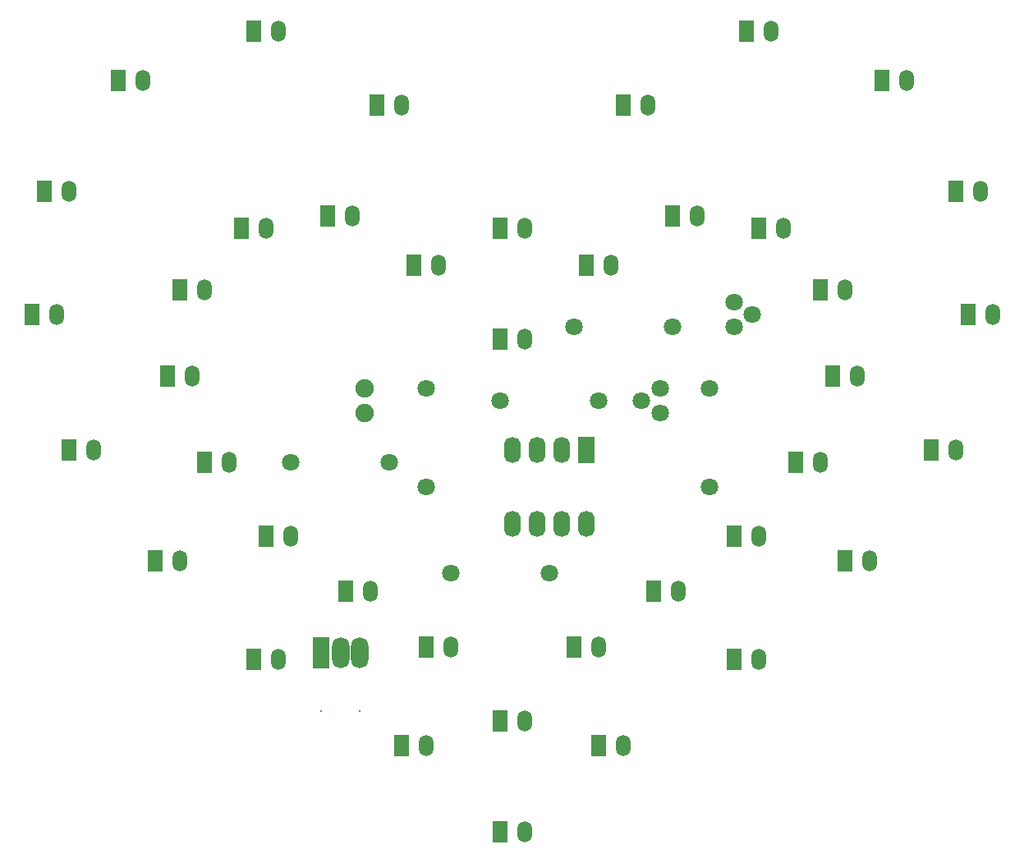
<source format=gbs>
G04*
G04 #@! TF.GenerationSoftware,Altium Limited,Altium Designer,18.1.9 (240)*
G04*
G04 Layer_Color=16711935*
%FSLAX24Y24*%
%MOIN*%
G70*
G01*
G75*
%ADD10O,0.0592X0.0867*%
%ADD11R,0.0592X0.0867*%
%ADD12C,0.0710*%
%ADD13C,0.0080*%
%ADD14O,0.0710X0.1261*%
%ADD15R,0.0710X0.1261*%
%ADD16R,0.0671X0.1064*%
%ADD17O,0.0671X0.1064*%
%ADD18C,0.0749*%
D10*
X27500Y19000D02*
D03*
X41500Y15500D02*
D03*
X23500Y23000D02*
D03*
X55000Y27500D02*
D03*
X37500Y12000D02*
D03*
X20000Y27500D02*
D03*
X51500Y23000D02*
D03*
X33500Y15500D02*
D03*
X18500Y33000D02*
D03*
X50500Y34000D02*
D03*
X31250Y21750D02*
D03*
X41000Y35000D02*
D03*
X40500Y19500D02*
D03*
X28000Y24000D02*
D03*
X27000Y36500D02*
D03*
X44500Y37000D02*
D03*
X37500Y16500D02*
D03*
X30500Y37000D02*
D03*
X48000Y36500D02*
D03*
X34500Y19500D02*
D03*
X34000Y35000D02*
D03*
X47000Y19000D02*
D03*
X19000Y38000D02*
D03*
X22000Y42500D02*
D03*
X27500Y44500D02*
D03*
X42500Y41500D02*
D03*
X47500Y44500D02*
D03*
X53000Y42500D02*
D03*
X56000Y38000D02*
D03*
X37500Y32000D02*
D03*
Y36500D02*
D03*
X49500Y27000D02*
D03*
X56500Y33000D02*
D03*
X32500Y41500D02*
D03*
X25500Y27000D02*
D03*
X51000Y30500D02*
D03*
X43750Y21750D02*
D03*
X47000Y24000D02*
D03*
X24000Y30500D02*
D03*
X24500Y34000D02*
D03*
D11*
X26500Y19000D02*
D03*
X40500Y15500D02*
D03*
X22500Y23000D02*
D03*
X54000Y27500D02*
D03*
X36500Y12000D02*
D03*
X19000Y27500D02*
D03*
X50500Y23000D02*
D03*
X32500Y15500D02*
D03*
X17500Y33000D02*
D03*
X49500Y34000D02*
D03*
X30250Y21750D02*
D03*
X40000Y35000D02*
D03*
X39500Y19500D02*
D03*
X27000Y24000D02*
D03*
X26000Y36500D02*
D03*
X43500Y37000D02*
D03*
X36500Y16500D02*
D03*
X29500Y37000D02*
D03*
X47000Y36500D02*
D03*
X33500Y19500D02*
D03*
X33000Y35000D02*
D03*
X46000Y19000D02*
D03*
X18000Y38000D02*
D03*
X21000Y42500D02*
D03*
X26500Y44500D02*
D03*
X41500Y41500D02*
D03*
X46500Y44500D02*
D03*
X52000Y42500D02*
D03*
X55000Y38000D02*
D03*
X36500Y32000D02*
D03*
Y36500D02*
D03*
X48500Y27000D02*
D03*
X55500Y33000D02*
D03*
X31500Y41500D02*
D03*
X24500Y27000D02*
D03*
X50000Y30500D02*
D03*
X42750Y21750D02*
D03*
X46000Y24000D02*
D03*
X23000Y30500D02*
D03*
X23500Y34000D02*
D03*
D12*
X28000Y27000D02*
D03*
X31999Y26998D02*
D03*
X33502Y29999D02*
D03*
X33500Y26000D02*
D03*
X34500Y22500D02*
D03*
X38500D02*
D03*
X40500Y29500D02*
D03*
X36501Y29502D02*
D03*
X43000Y29999D02*
D03*
X42250Y29499D02*
D03*
X43000Y28999D02*
D03*
X46000Y33500D02*
D03*
X46750Y33000D02*
D03*
X46000Y32500D02*
D03*
X43500D02*
D03*
X39501Y32502D02*
D03*
X44998Y26001D02*
D03*
X45000Y30000D02*
D03*
D13*
X30825Y16888D02*
D03*
X29250D02*
D03*
D14*
X30825Y19250D02*
D03*
X30037D02*
D03*
D15*
X29250D02*
D03*
D16*
X40000Y27500D02*
D03*
D17*
Y24500D02*
D03*
X39000D02*
D03*
X38000D02*
D03*
X37000D02*
D03*
Y27500D02*
D03*
X38000D02*
D03*
X39000D02*
D03*
D18*
X31000Y29999D02*
D03*
X31000Y29000D02*
D03*
M02*

</source>
